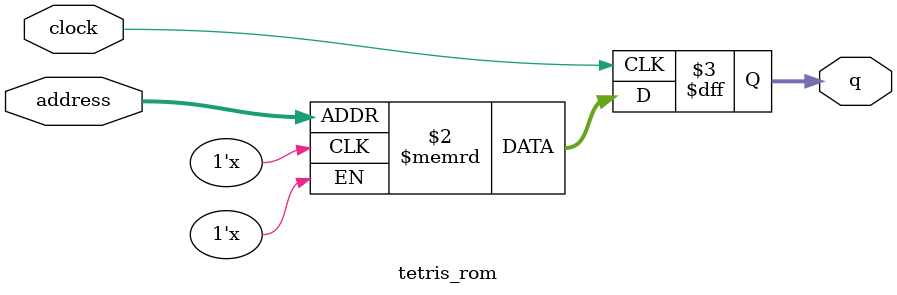
<source format=sv>
module tetris_rom (
	input logic clock,
	input logic [18:0] address,
	output logic [3:0] q
);

logic [3:0] memory [0:287999] /* synthesis ram_init_file = "./tetris/tetris.mif" */;

always_ff @ (posedge clock) begin
	q <= memory[address];
end

endmodule

</source>
